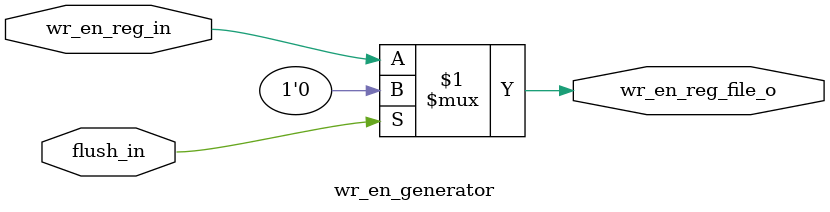
<source format=v>
module wr_en_generator( 
  input wr_en_reg_in,
  input flush_in,
  output wr_en_reg_file_o
);  
  assign wr_en_reg_file_o = (flush_in)? 1'b0 : wr_en_reg_in;
endmodule
</source>
